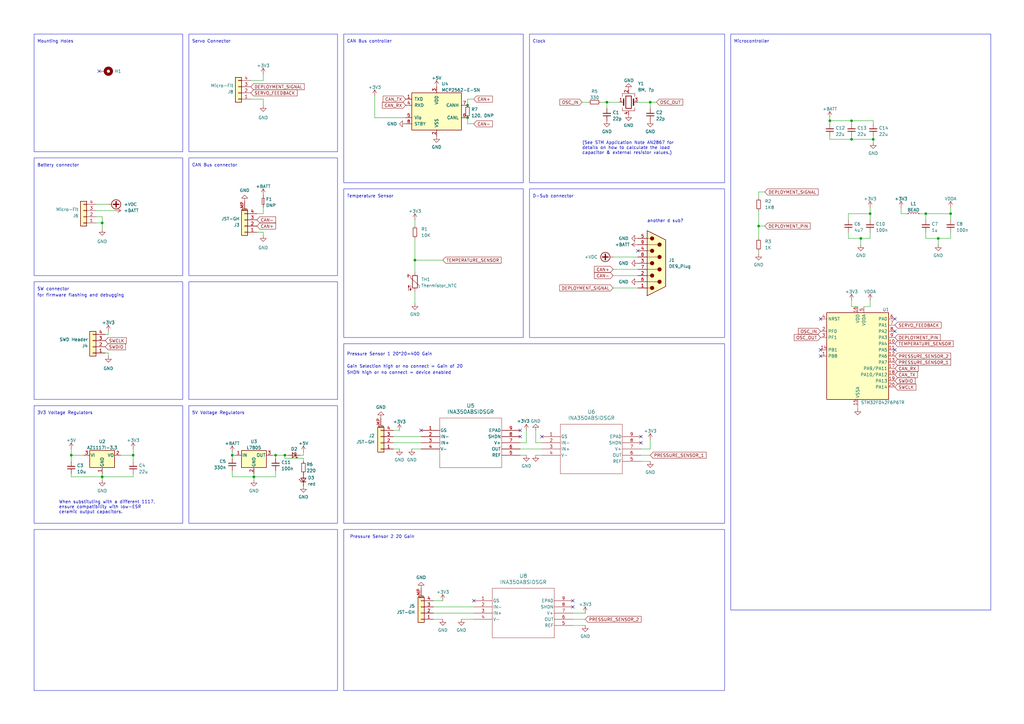
<source format=kicad_sch>
(kicad_sch (version 20230121) (generator eeschema)
  (paper "A3")
  (lib_symbols
    (symbol "2023-07-04_13-01-56:INA350ABSIDSGR" (pin_names (offset 0.254))
      (property "Reference" "U" (at 20.32 10.16 0))
      (property "Value" "INA350ABSIDSGR" (at 20.32 7.62 0))
      (symbol "INA350ABSIDSGR_0_1"
        (pin input line (at 0 0 0) (length 7.62) (name "GS") (number "1"))
        (pin input line (at 0 -2.54 0) (length 7.62) (name "IN-") (number "2"))
        (pin input line (at 0 -5.08 0) (length 7.62) (name "IN+") (number "3"))
        (pin power_in line (at 0 -7.62 0) (length 7.62) (name "V-") (number "4"))
        (pin input line (at 40.64 -10.16 180) (length 7.62) (name "REF") (number "5"))
        (pin output line (at 40.64 -7.62 180) (length 7.62) (name "OUT") (number "6"))
        (pin power_in line (at 40.64 -5.08 180) (length 7.62) (name "V+") (number "7"))
        (pin input line (at 40.64 -2.54 180) (length 7.62) (name "SHDN") (number "8"))
        (pin power_in line (at 40.64 0 180) (length 7.62) (name "EPAD") (number "9"))
      )
    )
    (symbol "Connector:DE9_Plug" (pin_names (offset 1.016) hide)
      (property "Reference" "J" (at 0 13.97 0))
      (property "Value" "DE9_Plug" (at 0 -14.605 0))
      (symbol "DE9_Plug_1_1"
        (pin passive line (at -7.62 -10.16 0) (length 3.81) (name "1") (number "1"))
        (pin passive line (at -7.62 -5.08 0) (length 3.81) (name "2") (number "2"))
        (pin passive line (at -7.62 0 0) (length 3.81) (name "3") (number "3"))
        (pin passive line (at -7.62 5.08 0) (length 3.81) (name "4") (number "4"))
        (pin passive line (at -7.62 10.16 0) (length 3.81) (name "5") (number "5"))
        (pin passive line (at -7.62 -7.62 0) (length 3.81) (name "6") (number "6"))
        (pin passive line (at -7.62 -2.54 0) (length 3.81) (name "7") (number "7"))
        (pin passive line (at -7.62 2.54 0) (length 3.81) (name "8") (number "8"))
        (pin passive line (at -7.62 7.62 0) (length 3.81) (name "9") (number "9"))
      )
    )
    (symbol "Connector_Generic:Conn_01x04" (pin_names (offset 1.016) hide)
      (property "Reference" "J" (at 0 5.08 0))
      (property "Value" "Conn_01x04" (at 0 -7.62 0))
      (symbol "Conn_01x04_1_1"
        (pin passive line (at -5.08 2.54 0) (length 3.81) (name "Pin_1") (number "1"))
        (pin passive line (at -5.08 0 0) (length 3.81) (name "Pin_2") (number "2"))
        (pin passive line (at -5.08 -2.54 0) (length 3.81) (name "Pin_3") (number "3"))
        (pin passive line (at -5.08 -5.08 0) (length 3.81) (name "Pin_4") (number "4"))
      )
    )
    (symbol "Connector_Generic_MountingPin:Conn_01x04_MountingPin" (pin_names (offset 1.016) hide)
      (property "Reference" "J" (at 0 5.08 0))
      (property "Value" "Conn_01x04_MountingPin" (at 1.27 -7.62 0))
      (symbol "Conn_01x04_MountingPin_1_1"
        (text "Mounting" (at 0 -6.731 0) (effects (font (size 0.381 0.381))))
        (pin passive line (at -5.08 2.54 0) (length 3.81) (name "Pin_1") (number "1"))
        (pin passive line (at -5.08 0 0) (length 3.81) (name "Pin_2") (number "2"))
        (pin passive line (at -5.08 -2.54 0) (length 3.81) (name "Pin_3") (number "3"))
        (pin passive line (at -5.08 -5.08 0) (length 3.81) (name "Pin_4") (number "4"))
        (pin passive line (at 0 -10.16 90) (length 3.048) (name "MountPin") (number "MP"))
      )
    )
    (symbol "Device:C_Small" (pin_numbers hide) (pin_names (offset 0.254) hide)
      (property "Reference" "C" (at 0.254 1.778 0))
      (property "Value" "C_Small" (at 0.254 -2.032 0))
      (symbol "C_Small_1_1"
        (pin passive line (at 0 2.54 270) (length 2.032) (name "~") (number "1"))
        (pin passive line (at 0 -2.54 90) (length 2.032) (name "~") (number "2"))
      )
    )
    (symbol "Device:Crystal_GND24" (pin_names (offset 1.016) hide)
      (property "Reference" "Y" (at 3.175 5.08 0))
      (property "Value" "Crystal_GND24" (at 3.175 3.175 0))
      (symbol "Crystal_GND24_1_1"
        (pin passive line (at -3.81 0 0) (length 1.27) (name "1") (number "1"))
        (pin passive line (at 0 5.08 270) (length 1.27) (name "2") (number "2"))
        (pin passive line (at 3.81 0 180) (length 1.27) (name "3") (number "3"))
        (pin passive line (at 0 -5.08 90) (length 1.27) (name "4") (number "4"))
      )
    )
    (symbol "Device:D_Schottky_Small" (pin_numbers hide) (pin_names (offset 0.254) hide)
      (property "Reference" "D" (at -1.27 2.032 0))
      (property "Value" "D_Schottky_Small" (at -7.112 -2.032 0))
      (symbol "D_Schottky_Small_1_1"
        (pin passive line (at -2.54 0 0) (length 1.778) (name "K") (number "1"))
        (pin passive line (at 2.54 0 180) (length 1.778) (name "A") (number "2"))
      )
    )
    (symbol "Device:Fuse_Small" (pin_numbers hide) (pin_names (offset 0.254) hide)
      (property "Reference" "F" (at 0 -1.524 0))
      (property "Value" "Fuse_Small" (at 0 1.524 0))
      (symbol "Fuse_Small_1_1"
        (pin passive line (at -2.54 0 0) (length 1.27) (name "~") (number "1"))
        (pin passive line (at 2.54 0 180) (length 1.27) (name "~") (number "2"))
      )
    )
    (symbol "Device:LED_Small" (pin_numbers hide) (pin_names (offset 0.254) hide)
      (property "Reference" "D" (at -1.27 3.175 0))
      (property "Value" "LED_Small" (at -4.445 -2.54 0))
      (symbol "LED_Small_1_1"
        (pin passive line (at -2.54 0 0) (length 1.778) (name "K") (number "1"))
        (pin passive line (at 2.54 0 180) (length 1.778) (name "A") (number "2"))
      )
    )
    (symbol "Device:L_Small" (pin_numbers hide) (pin_names (offset 0.254) hide)
      (property "Reference" "L" (at 0.762 1.016 0))
      (property "Value" "L_Small" (at 0.762 -1.016 0))
      (symbol "L_Small_1_1"
        (pin passive line (at 0 2.54 270) (length 0.508) (name "~") (number "1"))
        (pin passive line (at 0 -2.54 90) (length 0.508) (name "~") (number "2"))
      )
    )
    (symbol "Device:R_Small" (pin_numbers hide) (pin_names (offset 0.254) hide)
      (property "Reference" "R" (at 0.762 0.508 0))
      (property "Value" "R_Small" (at 0.762 -1.016 0))
      (symbol "R_Small_1_1"
        (pin passive line (at 0 2.54 270) (length 0.762) (name "~") (number "1"))
        (pin passive line (at 0 -2.54 90) (length 0.762) (name "~") (number "2"))
      )
    )
    (symbol "Device:Thermistor_NTC" (pin_numbers hide) (pin_names (offset 0))
      (property "Reference" "TH" (at -4.445 0 90))
      (property "Value" "Thermistor_NTC" (at 3.175 0 90))
      (symbol "Thermistor_NTC_1_1"
        (pin passive line (at 0 3.81 270) (length 1.27) (name "~") (number "1"))
        (pin passive line (at 0 -3.81 90) (length 1.27) (name "~") (number "2"))
      )
    )
    (symbol "Interface_CAN_LIN:MCP2562-E-SN" (pin_names (offset 1.016))
      (property "Reference" "U" (at -10.16 8.89 0))
      (property "Value" "MCP2562-E-SN" (at 2.54 8.89 0))
      (symbol "MCP2562-E-SN_1_1"
        (pin input line (at -12.7 5.08 0) (length 2.54) (name "TXD") (number "1"))
        (pin power_in line (at 0 -10.16 90) (length 2.54) (name "VSS") (number "2"))
        (pin power_in line (at 0 10.16 270) (length 2.54) (name "VDD") (number "3"))
        (pin output line (at -12.7 2.54 0) (length 2.54) (name "RXD") (number "4"))
        (pin power_in line (at -12.7 -2.54 0) (length 2.54) (name "Vio") (number "5"))
        (pin bidirectional line (at 12.7 -2.54 180) (length 2.54) (name "CANL") (number "6"))
        (pin bidirectional line (at 12.7 2.54 180) (length 2.54) (name "CANH") (number "7"))
        (pin input line (at -12.7 -5.08 0) (length 2.54) (name "STBY") (number "8"))
      )
    )
    (symbol "MCU_ST_STM32F0:STM32F042F6Px"
      (property "Reference" "U" (at -12.7 19.05 0))
      (property "Value" "STM32F042F6Px" (at 5.08 19.05 0))
      (symbol "STM32F042F6Px_1_1"
        (pin bidirectional line (at -15.24 0 0) (length 2.54) (name "PB8") (number "1"))
        (pin bidirectional line (at 15.24 5.08 180) (length 2.54) (name "PA4") (number "10"))
        (pin bidirectional line (at 15.24 2.54 180) (length 2.54) (name "PA5") (number "11"))
        (pin bidirectional line (at 15.24 0 180) (length 2.54) (name "PA6") (number "12"))
        (pin bidirectional line (at 15.24 -2.54 180) (length 2.54) (name "PA7") (number "13"))
        (pin bidirectional line (at -15.24 2.54 0) (length 2.54) (name "PB1") (number "14"))
        (pin power_in line (at 0 -20.32 90) (length 2.54) (name "VSSA") (number "15"))
        (pin power_in line (at 0 20.32 270) (length 2.54) (name "VDD") (number "16"))
        (pin bidirectional line (at 15.24 -5.08 180) (length 2.54) (name "PA9/PA11") (number "17"))
        (pin bidirectional line (at 15.24 -7.62 180) (length 2.54) (name "PA10/PA12") (number "18"))
        (pin bidirectional line (at 15.24 -10.16 180) (length 2.54) (name "PA13") (number "19"))
        (pin bidirectional line (at -15.24 10.16 0) (length 2.54) (name "PF0") (number "2"))
        (pin bidirectional line (at 15.24 -12.7 180) (length 2.54) (name "PA14") (number "20"))
        (pin bidirectional line (at -15.24 7.62 0) (length 2.54) (name "PF1") (number "3"))
        (pin input line (at -15.24 15.24 0) (length 2.54) (name "NRST") (number "4"))
        (pin power_in line (at 2.54 20.32 270) (length 2.54) (name "VDDA") (number "5"))
        (pin bidirectional line (at 15.24 15.24 180) (length 2.54) (name "PA0") (number "6"))
        (pin bidirectional line (at 15.24 12.7 180) (length 2.54) (name "PA1") (number "7"))
        (pin bidirectional line (at 15.24 10.16 180) (length 2.54) (name "PA2") (number "8"))
        (pin bidirectional line (at 15.24 7.62 180) (length 2.54) (name "PA3") (number "9"))
      )
    )
    (symbol "Mechanical:MountingHole_Pad" (pin_numbers hide) (pin_names (offset 1.016) hide)
      (property "Reference" "H" (at 0 6.35 0))
      (property "Value" "MountingHole_Pad" (at 0 4.445 0))
      (symbol "MountingHole_Pad_1_1"
        (pin input line (at 0 -2.54 90) (length 2.54) (name "1") (number "1"))
      )
    )
    (symbol "Regulator_Linear:AZ1117-3.3" (pin_names (offset 0.254))
      (property "Reference" "U" (at -3.81 3.175 0))
      (property "Value" "AZ1117-3.3" (at 0 3.175 0))
      (symbol "AZ1117-3.3_1_1"
        (pin power_in line (at 0 -7.62 90) (length 2.54) (name "GND") (number "1"))
        (pin power_out line (at 7.62 0 180) (length 2.54) (name "VO") (number "2"))
        (pin power_in line (at -7.62 0 0) (length 2.54) (name "VI") (number "3"))
      )
    )
    (symbol "Regulator_Linear:L7805" (pin_names (offset 0.254))
      (property "Reference" "U" (at -3.81 3.175 0))
      (property "Value" "L7805" (at 0 3.175 0))
      (symbol "L7805_1_1"
        (pin power_in line (at -7.62 0 0) (length 2.54) (name "IN") (number "1"))
        (pin power_in line (at 0 -7.62 90) (length 2.54) (name "GND") (number "2"))
        (pin power_out line (at 7.62 0 180) (length 2.54) (name "OUT") (number "3"))
      )
    )
    (symbol "power:+3V3" (power) (pin_names (offset 0))
      (property "Value" "+3V3" (at 0 3.556 0))
      (symbol "+3V3_1_1"
        (pin power_in line (at 0 0 90) (length 0) hide (name "+3V3") (number "1"))
      )
    )
    (symbol "power:+5V" (power) (pin_names (offset 0))
      (property "Value" "+5V" (at 0 3.556 0))
      (symbol "+5V_1_1"
        (pin power_in line (at 0 0 90) (length 0) hide (name "+5V") (number "1"))
      )
    )
    (symbol "power:+BATT" (power) (pin_names (offset 0))
      (property "Value" "+BATT" (at 0 3.556 0))
      (symbol "+BATT_1_1"
        (pin power_in line (at 0 0 90) (length 0) hide (name "+BATT") (number "1"))
      )
    )
    (symbol "power:+VDC" (power) (pin_names (offset 0))
      (property "Value" "+VDC" (at 0 6.35 0))
      (symbol "+VDC_1_1"
        (pin power_in line (at 0 0 90) (length 0) hide (name "+VDC") (number "1"))
      )
    )
    (symbol "power:GND" (power) (pin_names (offset 0))
      (property "Value" "GND" (at 0 -3.81 0))
      (symbol "GND_1_1"
        (pin power_in line (at 0 0 270) (length 0) hide (name "GND") (number "1"))
      )
    )
    (symbol "power:VDDA" (power) (pin_names (offset 0))
      (property "Value" "VDDA" (at 0 3.81 0))
      (symbol "VDDA_1_1"
        (pin power_in line (at 0 0 90) (length 0) hide (name "VDDA") (number "1"))
      )
    )
  )
  (junction (at 356.87 87.63))
  (junction (at 54.61 186.69))
  (junction (at 116.84 186.69))
  (junction (at 95.25 186.69))
  (junction (at 191.77 43.18))
  (junction (at 389.89 87.63))
  (junction (at 266.7 41.91))
  (junction (at 170.18 106.68))
  (junction (at 248.92 41.91))
  (junction (at 379.73 87.63))
  (junction (at 41.91 91.44))
  (junction (at 104.14 195.58))
  (junction (at 191.77 48.26))
  (junction (at 311.15 92.71))
  (junction (at 353.06 97.79))
  (junction (at 349.25 57.15))
  (junction (at 349.25 49.53))
  (junction (at 41.91 195.58))
  (junction (at 340.36 49.53))
  (junction (at 29.21 186.69))
  (junction (at 113.03 186.69))
  (junction (at 358.14 57.15))
  (junction (at 384.81 97.79))
  (no_connect (at 261.62 102.87))
  (no_connect (at 172.72 176.53))
  (no_connect (at 213.36 176.53))
  (no_connect (at 234.95 246.38))
  (no_connect (at 336.55 146.05))
  (no_connect (at 336.55 130.81))
  (no_connect (at 336.55 143.51))
  (no_connect (at 262.89 179.07))
  (no_connect (at 367.03 143.51))
  (no_connect (at 40.64 29.21))
  (no_connect (at 234.95 248.92))
  (no_connect (at 262.89 181.61))
  (no_connect (at 222.25 179.07))
  (no_connect (at 194.31 246.38))
  (no_connect (at 213.36 179.07))
  (no_connect (at 367.03 130.81))
  (no_connect (at 367.03 135.89))
  (wire (pts (xy 95.25 186.69) (xy 95.25 187.96)))
  (wire (pts (xy 107.95 43.18) (xy 107.95 40.64)))
  (wire (pts (xy 356.87 125.73) (xy 354.33 125.73)))
  (wire (pts (xy 191.77 48.26) (xy 191.77 50.8)))
  (wire (pts (xy 311.15 86.36) (xy 311.15 92.71)))
  (wire (pts (xy 113.03 186.69) (xy 113.03 187.96)))
  (wire (pts (xy 351.79 125.73) (xy 351.79 127)))
  (wire (pts (xy 349.25 49.53) (xy 340.36 49.53)))
  (wire (pts (xy 107.95 33.02) (xy 102.87 33.02)))
  (wire (pts (xy 116.84 186.69) (xy 116.84 187.96)))
  (wire (pts (xy 95.25 186.69) (xy 95.25 185.42)))
  (wire (pts (xy 194.31 40.64) (xy 191.77 40.64)))
  (wire (pts (xy 358.14 55.88) (xy 358.14 57.15)))
  (wire (pts (xy 46.99 86.36) (xy 39.37 86.36)))
  (wire (pts (xy 251.46 105.41) (xy 261.62 105.41)))
  (wire (pts (xy 389.89 97.79) (xy 389.89 95.25)))
  (wire (pts (xy 111.76 186.69) (xy 113.03 186.69)))
  (wire (pts (xy 29.21 194.31) (xy 29.21 195.58)))
  (wire (pts (xy 340.36 55.88) (xy 340.36 57.15)))
  (wire (pts (xy 29.21 186.69) (xy 34.29 186.69)))
  (wire (pts (xy 311.15 92.71) (xy 311.15 97.79)))
  (wire (pts (xy 43.18 144.78) (xy 44.45 144.78)))
  (wire (pts (xy 170.18 90.17) (xy 170.18 92.71)))
  (wire (pts (xy 269.24 41.91) (xy 266.7 41.91)))
  (wire (pts (xy 124.46 186.69) (xy 124.46 185.42)))
  (wire (pts (xy 116.84 187.96) (xy 124.46 187.96)))
  (wire (pts (xy 379.73 97.79) (xy 379.73 95.25)))
  (wire (pts (xy 313.69 92.71) (xy 311.15 92.71)))
  (wire (pts (xy 353.06 97.79) (xy 347.98 97.79)))
  (wire (pts (xy 107.95 95.25) (xy 105.41 95.25)))
  (wire (pts (xy 340.36 49.53) (xy 340.36 50.8)))
  (wire (pts (xy 353.06 100.33) (xy 353.06 97.79)))
  (wire (pts (xy 104.14 195.58) (xy 104.14 196.85)))
  (wire (pts (xy 107.95 87.63) (xy 105.41 87.63)))
  (wire (pts (xy 43.18 137.16) (xy 44.45 137.16)))
  (wire (pts (xy 358.14 57.15) (xy 358.14 58.42)))
  (wire (pts (xy 170.18 119.38) (xy 170.18 124.46)))
  (wire (pts (xy 166.37 48.26) (xy 153.67 48.26)))
  (wire (pts (xy 356.87 85.09) (xy 356.87 87.63)))
  (wire (pts (xy 347.98 97.79) (xy 347.98 95.25)))
  (wire (pts (xy 238.76 41.91) (xy 241.3 41.91)))
  (wire (pts (xy 96.52 186.69) (xy 95.25 186.69)))
  (wire (pts (xy 104.14 194.31) (xy 104.14 195.58)))
  (wire (pts (xy 123.19 186.69) (xy 124.46 186.69)))
  (wire (pts (xy 168.91 184.15) (xy 172.72 184.15)))
  (wire (pts (xy 340.36 57.15) (xy 349.25 57.15)))
  (wire (pts (xy 54.61 195.58) (xy 41.91 195.58)))
  (wire (pts (xy 41.91 93.98) (xy 41.91 91.44)))
  (wire (pts (xy 189.23 254) (xy 194.31 254)))
  (wire (pts (xy 44.45 144.78) (xy 44.45 146.05)))
  (wire (pts (xy 161.29 184.15) (xy 163.83 184.15)))
  (wire (pts (xy 340.36 48.26) (xy 340.36 49.53)))
  (wire (pts (xy 389.89 87.63) (xy 389.89 90.17)))
  (wire (pts (xy 311.15 78.74) (xy 311.15 81.28)))
  (wire (pts (xy 349.25 50.8) (xy 349.25 49.53)))
  (wire (pts (xy 349.25 57.15) (xy 358.14 57.15)))
  (wire (pts (xy 369.57 87.63) (xy 369.57 85.09)))
  (wire (pts (xy 266.7 189.23) (xy 262.89 189.23)))
  (wire (pts (xy 177.8 251.46) (xy 194.31 251.46)))
  (wire (pts (xy 107.95 30.48) (xy 107.95 33.02)))
  (wire (pts (xy 107.95 87.63) (xy 107.95 85.09)))
  (wire (pts (xy 29.21 186.69) (xy 29.21 189.23)))
  (wire (pts (xy 41.91 195.58) (xy 41.91 196.85)))
  (wire (pts (xy 177.8 254) (xy 181.61 254)))
  (wire (pts (xy 379.73 87.63) (xy 389.89 87.63)))
  (wire (pts (xy 177.8 246.38) (xy 181.61 246.38)))
  (wire (pts (xy 116.84 186.69) (xy 118.11 186.69)))
  (wire (pts (xy 191.77 50.8) (xy 194.31 50.8)))
  (wire (pts (xy 219.71 176.53) (xy 219.71 181.61)))
  (wire (pts (xy 41.91 91.44) (xy 39.37 91.44)))
  (wire (pts (xy 377.19 87.63) (xy 379.73 87.63)))
  (wire (pts (xy 170.18 106.68) (xy 181.61 106.68)))
  (wire (pts (xy 311.15 102.87) (xy 311.15 104.14)))
  (wire (pts (xy 240.03 256.54) (xy 234.95 256.54)))
  (wire (pts (xy 41.91 195.58) (xy 29.21 195.58)))
  (wire (pts (xy 107.95 40.64) (xy 102.87 40.64)))
  (wire (pts (xy 113.03 193.04) (xy 113.03 195.58)))
  (wire (pts (xy 41.91 88.9) (xy 39.37 88.9)))
  (wire (pts (xy 372.11 87.63) (xy 369.57 87.63)))
  (wire (pts (xy 54.61 184.15) (xy 54.61 186.69)))
  (wire (pts (xy 356.87 123.19) (xy 356.87 125.73)))
  (wire (pts (xy 353.06 97.79) (xy 356.87 97.79)))
  (wire (pts (xy 54.61 194.31) (xy 54.61 195.58)))
  (wire (pts (xy 54.61 186.69) (xy 49.53 186.69)))
  (wire (pts (xy 389.89 85.09) (xy 389.89 87.63)))
  (wire (pts (xy 107.95 96.52) (xy 107.95 95.25)))
  (wire (pts (xy 215.9 181.61) (xy 213.36 181.61)))
  (wire (pts (xy 347.98 87.63) (xy 347.98 90.17)))
  (wire (pts (xy 262.89 186.69) (xy 266.7 186.69)))
  (wire (pts (xy 254 41.91) (xy 248.92 41.91)))
  (wire (pts (xy 234.95 251.46) (xy 240.03 251.46)))
  (wire (pts (xy 261.62 41.91) (xy 266.7 41.91)))
  (wire (pts (xy 41.91 88.9) (xy 41.91 91.44)))
  (wire (pts (xy 349.25 49.53) (xy 358.14 49.53)))
  (wire (pts (xy 349.25 55.88) (xy 349.25 57.15)))
  (wire (pts (xy 95.25 195.58) (xy 95.25 193.04)))
  (wire (pts (xy 170.18 106.68) (xy 170.18 111.76)))
  (wire (pts (xy 215.9 176.53) (xy 215.9 181.61)))
  (wire (pts (xy 153.67 48.26) (xy 153.67 39.37)))
  (wire (pts (xy 54.61 189.23) (xy 54.61 186.69)))
  (wire (pts (xy 384.81 97.79) (xy 379.73 97.79)))
  (wire (pts (xy 351.79 167.64) (xy 351.79 166.37)))
  (wire (pts (xy 113.03 186.69) (xy 116.84 186.69)))
  (wire (pts (xy 161.29 181.61) (xy 172.72 181.61)))
  (wire (pts (xy 246.38 41.91) (xy 248.92 41.91)))
  (wire (pts (xy 41.91 194.31) (xy 41.91 195.58)))
  (wire (pts (xy 349.25 123.19) (xy 349.25 125.73)))
  (wire (pts (xy 161.29 179.07) (xy 172.72 179.07)))
  (wire (pts (xy 113.03 195.58) (xy 104.14 195.58)))
  (wire (pts (xy 219.71 186.69) (xy 222.25 186.69)))
  (wire (pts (xy 161.29 176.53) (xy 163.83 176.53)))
  (wire (pts (xy 170.18 97.79) (xy 170.18 106.68)))
  (wire (pts (xy 248.92 41.91) (xy 248.92 44.45)))
  (wire (pts (xy 358.14 50.8) (xy 358.14 49.53)))
  (wire (pts (xy 262.89 184.15) (xy 266.7 184.15)))
  (wire (pts (xy 266.7 41.91) (xy 266.7 44.45)))
  (wire (pts (xy 251.46 118.11) (xy 261.62 118.11)))
  (wire (pts (xy 44.45 137.16) (xy 44.45 135.89)))
  (wire (pts (xy 266.7 180.34) (xy 266.7 184.15)))
  (wire (pts (xy 356.87 87.63) (xy 347.98 87.63)))
  (wire (pts (xy 379.73 87.63) (xy 379.73 90.17)))
  (wire (pts (xy 215.9 186.69) (xy 213.36 186.69)))
  (wire (pts (xy 29.21 184.15) (xy 29.21 186.69)))
  (wire (pts (xy 384.81 100.33) (xy 384.81 97.79)))
  (wire (pts (xy 213.36 184.15) (xy 222.25 184.15)))
  (wire (pts (xy 384.81 97.79) (xy 389.89 97.79)))
  (wire (pts (xy 177.8 248.92) (xy 194.31 248.92)))
  (wire (pts (xy 251.46 110.49) (xy 261.62 110.49)))
  (wire (pts (xy 191.77 40.64) (xy 191.77 43.18)))
  (wire (pts (xy 356.87 97.79) (xy 356.87 95.25)))
  (wire (pts (xy 234.95 254) (xy 240.03 254)))
  (wire (pts (xy 104.14 195.58) (xy 95.25 195.58)))
  (wire (pts (xy 349.25 125.73) (xy 351.79 125.73)))
  (wire (pts (xy 356.87 87.63) (xy 356.87 90.17)))
  (wire (pts (xy 39.37 83.82) (xy 44.45 83.82)))
  (wire (pts (xy 313.69 78.74) (xy 311.15 78.74)))
  (wire (pts (xy 222.25 181.61) (xy 219.71 181.61)))
  (wire (pts (xy 124.46 187.96) (xy 124.46 189.23)))
  (wire (pts (xy 251.46 113.03) (xy 261.62 113.03)))
  (rectangle (start 217.17 13.97) (end 297.18 74.93))
  (rectangle (start 13.97 13.97) (end 74.93 62.23))
  (rectangle (start 77.47 13.97) (end 138.43 62.23))
  (rectangle (start 77.47 166.37) (end 138.43 214.63))
  (rectangle (start 140.97 77.47) (end 214.63 138.43))
  (rectangle (start 13.97 166.37) (end 74.93 214.63))
  (rectangle (start 13.97 115.57) (end 74.93 163.83))
  (rectangle (start 140.97 13.97) (end 214.63 74.93))
  (rectangle (start 140.97 217.17) (end 297.18 283.21))
  (rectangle (start 217.17 77.47) (end 297.18 138.43))
  (rectangle (start 77.47 115.57) (end 138.43 163.83))
  (rectangle (start 140.97 140.97) (end 297.18 214.63))
  (rectangle (start 13.97 217.17) (end 138.43 283.21))
  (rectangle (start 13.97 64.77) (end 74.93 113.03))
  (rectangle (start 299.72 13.97) (end 406.4 250.19))
  (rectangle (start 77.47 64.77) (end 138.43 113.03))
  (text "Pressure Sensor 1 20*20=400 Gain\n" (at 142.24 146.05 0) (effects (font (size 1.27 1.27)) (justify left bottom)))
  (text "Battery connector\n" (at 15.24 68.58 0) (effects (font (size 1.27 1.27)) (justify left bottom)))
  (text "D-Sub connector" (at 218.44 81.28 0) (effects (font (size 1.27 1.27)) (justify left bottom)))
  (text "3V3 Voltage Regulators" (at 15.24 170.18 0) (effects (font (size 1.27 1.27)) (justify left bottom)))
  (text "CAN Bus controller" (at 142.24 17.78 0) (effects (font (size 1.27 1.27)) (justify left bottom)))
  (text "Servo Connector" (at 78.74 17.78 0) (effects (font (size 1.27 1.27)) (justify left bottom)))
  (text "Clock" (at 218.44 17.78 0) (effects (font (size 1.27 1.27)) (justify left bottom)))
  (text "When substituting with a different 1117,\nensure compatibility with low-ESR\nceramic output capacitors." (at 24.13 210.82 0) (effects (font (size 1.27 1.27)) (justify left bottom)))
  (text "Microcontroller" (at 300.99 17.78 0) (effects (font (size 1.27 1.27)) (justify left bottom)))
  (text "Mounting Holes\n" (at 15.24 17.78 0) (effects (font (size 1.27 1.27)) (justify left bottom)))
  (text "for firmware flashing and debugging" (at 15.24 121.92 0) (effects (font (size 1.27 1.27)) (justify left bottom)))
  (text "SW connector" (at 15.24 119.38 0) (effects (font (size 1.27 1.27)) (justify left bottom)))
  (text "Temperature Sensor\n" (at 142.24 81.28 0) (effects (font (size 1.27 1.27)) (justify left bottom)))
  (text "(See STM Application Note AN2867 for\ndetails on how to calculate the load \ncapacitor & external resistor values.)" (at 238.76 63.5 0) (effects (font (size 1.27 1.27)) (justify left bottom)))
  (text "Pressure Sensor 2 20 Gain\n" (at 143.51 220.98 0) (effects (font (size 1.27 1.27)) (justify left bottom)))
  (text "SHDN high or no connect = device enabled\n" (at 142.24 153.67 0) (effects (font (size 1.27 1.27)) (justify left bottom)))
  (text "another d sub?\n" (at 265.43 91.44 0) (effects (font (size 1.27 1.27)) (justify left bottom)))
  (text "5V Voltage Regulators" (at 78.74 170.18 0) (effects (font (size 1.27 1.27)) (justify left bottom)))
  (text "CAN Bus connector" (at 78.74 68.58 0) (effects (font (size 1.27 1.27)) (justify left bottom)))
  (text "Gain Selection high or no connect = Gain of 20" (at 142.24 151.13 0) (effects (font (size 1.27 1.27)) (justify left bottom)))
  (global_label "DEPLOYMENT_SIGNAL" (shape input) (at 313.69 78.74 0) (property "Intersheetrefs" "${INTERSHEET_REFS}" (effects hide)))
  (global_label "DEPLOYMENT_SIGNAL" (shape input) (at 251.46 118.11 180) (property "Intersheetrefs" "${INTERSHEET_REFS}" (effects hide)))
  (global_label "PRESSURE_SENSOR_1" (shape input) (at 266.7 186.69 0) (property "Intersheetrefs" "${INTERSHEET_REFS}" (effects hide)))
  (global_label "PRESSURE_SENSOR_2" (shape input) (at 240.03 254 0) (property "Intersheetrefs" "${INTERSHEET_REFS}" (effects hide)))
  (global_label "CAN_RX" (shape input) (at 367.03 151.13 0) (property "Intersheetrefs" "${INTERSHEET_REFS}" (effects hide)))
  (global_label "CAN-" (shape input) (at 105.41 90.17 0) (property "Intersheetrefs" "${INTERSHEET_REFS}" (effects hide)))
  (global_label "OSC_IN" (shape input) (at 238.76 41.91 180) (property "Intersheetrefs" "${INTERSHEET_REFS}" (effects hide)))
  (global_label "TEMPERATURE_SENSOR" (shape input) (at 181.61 106.68 0) (property "Intersheetrefs" "${INTERSHEET_REFS}" (effects hide)))
  (global_label "DEPLOYMENT_PIN" (shape input) (at 367.03 138.43 0) (property "Intersheetrefs" "${INTERSHEET_REFS}" (effects hide)))
  (global_label "DEPLOYMENT_SIGNAL" (shape input) (at 102.87 35.56 0) (property "Intersheetrefs" "${INTERSHEET_REFS}" (effects hide)))
  (global_label "CAN+" (shape input) (at 105.41 92.71 0) (property "Intersheetrefs" "${INTERSHEET_REFS}" (effects hide)))
  (global_label "CAN_RX" (shape input) (at 166.37 43.18 180) (property "Intersheetrefs" "${INTERSHEET_REFS}" (effects hide)))
  (global_label "PRESSURE_SENSOR_2" (shape input) (at 367.03 146.05 0) (property "Intersheetrefs" "${INTERSHEET_REFS}" (effects hide)))
  (global_label "SWCLK" (shape input) (at 43.18 139.7 0) (property "Intersheetrefs" "${INTERSHEET_REFS}" (effects hide)))
  (global_label "CAN-" (shape input) (at 194.31 50.8 0) (property "Intersheetrefs" "${INTERSHEET_REFS}" (effects hide)))
  (global_label "OSC_IN" (shape input) (at 336.55 135.89 180) (property "Intersheetrefs" "${INTERSHEET_REFS}" (effects hide)))
  (global_label "OSC_OUT" (shape input) (at 336.55 138.43 180) (property "Intersheetrefs" "${INTERSHEET_REFS}" (effects hide)))
  (global_label "CAN_TX" (shape input) (at 166.37 40.64 180) (property "Intersheetrefs" "${INTERSHEET_REFS}" (effects hide)))
  (global_label "CAN_TX" (shape input) (at 367.03 153.67 0) (property "Intersheetrefs" "${INTERSHEET_REFS}" (effects hide)))
  (global_label "OSC_OUT" (shape input) (at 269.24 41.91 0) (property "Intersheetrefs" "${INTERSHEET_REFS}" (effects hide)))
  (global_label "DEPLOYMENT_PIN" (shape input) (at 313.69 92.71 0) (property "Intersheetrefs" "${INTERSHEET_REFS}" (effects hide)))
  (global_label "SWCLK" (shape input) (at 367.03 158.75 0) (property "Intersheetrefs" "${INTERSHEET_REFS}" (effects hide)))
  (global_label "CAN+" (shape input) (at 251.46 110.49 180) (property "Intersheetrefs" "${INTERSHEET_REFS}" (effects hide)))
  (global_label "SWDIO" (shape input) (at 43.18 142.24 0) (property "Intersheetrefs" "${INTERSHEET_REFS}" (effects hide)))
  (global_label "SERVO_FEEDBACK" (shape input) (at 102.87 38.1 0) (property "Intersheetrefs" "${INTERSHEET_REFS}" (effects hide)))
  (global_label "CAN-" (shape input) (at 251.46 113.03 180) (property "Intersheetrefs" "${INTERSHEET_REFS}" (effects hide)))
  (global_label "SERVO_FEEDBACK" (shape input) (at 367.03 133.35 0) (property "Intersheetrefs" "${INTERSHEET_REFS}" (effects hide)))
  (global_label "CAN+" (shape input) (at 194.31 40.64 0) (property "Intersheetrefs" "${INTERSHEET_REFS}" (effects hide)))
  (global_label "TEMPERATURE_SENSOR" (shape input) (at 367.03 140.97 0) (property "Intersheetrefs" "${INTERSHEET_REFS}" (effects hide)))
  (global_label "SWDIO" (shape input) (at 367.03 156.21 0) (property "Intersheetrefs" "${INTERSHEET_REFS}" (effects hide)))
  (global_label "PRESSURE_SENSOR_1" (shape input) (at 367.03 148.59 0) (property "Intersheetrefs" "${INTERSHEET_REFS}" (effects hide)))
  (symbol (lib_id "power:GND") (at 41.91 93.98 0) (unit 1)
    (property "Reference" "#PWR037" (effects hide))
    (property "Value" "GND" (at 41.91 99.06 0))
  )
  (symbol (lib_id "power:GND") (at 257.81 46.99 0) (unit 1)
    (property "Reference" "#PWR06" (effects hide))
    (property "Value" "GND" (at 257.81 51.4334 0))
  )
  (symbol (lib_id "power:GND") (at 100.33 82.55 180) (unit 1)
    (property "Reference" "#PWR018" (effects hide))
    (property "Value" "GND" (at 100.33 78.1066 0))
  )
  (symbol (lib_id "power:+5V") (at 124.46 185.42 0) (unit 1)
    (property "Reference" "#PWR042" (effects hide))
    (property "Value" "+5V" (at 124.46 181.8442 0))
  )
  (symbol (lib_id "power:+3V3") (at 369.57 85.09 0) (unit 1)
    (property "Reference" "#PWR09" (effects hide))
    (property "Value" "+3V3" (at 369.57 81.5142 0))
  )
  (symbol (lib_id "Device:Thermistor_NTC") (at 170.18 115.57 0) (unit 1)
    (property "Reference" "TH1" (at 172.72 114.6175 0) (effects (justify left)))
    (property "Value" "Thermistor_NTC" (at 172.72 117.1575 0) (effects (justify left)))
    (property "Footprint" "Resistor_SMD:R_0603_1608Metric" (effects hide))
  )
  (symbol (lib_id "Device:LED_Small") (at 124.46 196.85 90) (unit 1)
    (property "Reference" "D3" (at 126.238 195.9518 90) (effects (justify right)))
    (property "Value" "red" (at 126.238 198.4887 90) (effects (justify right)))
    (property "Footprint" "LED_SMD:LED_0603_1608Metric" (effects hide))
    (property "Manufacturer" "Everlight Elec" (effects hide))
    (property "Part#" "19-213/RSC-BS2T2B/3T" (effects hide))
    (property "LCSC#" "C474026" (effects hide))
  )
  (symbol (lib_id "power:GND") (at 41.91 196.85 0) (unit 1)
    (property "Reference" "#PWR032" (effects hide))
    (property "Value" "GND" (at 41.91 201.2934 0))
  )
  (symbol (lib_id "power:GND") (at 44.45 146.05 0) (unit 1)
    (property "Reference" "#PWR030" (effects hide))
    (property "Value" "GND" (at 44.45 151.13 0))
  )
  (symbol (lib_id "power:GND") (at 353.06 100.33 0) (unit 1)
    (property "Reference" "#PWR020" (effects hide))
    (property "Value" "GND" (at 353.06 104.7734 0))
  )
  (symbol (lib_id "power:+3V3") (at 181.61 246.38 0) (unit 1)
    (property "Reference" "#PWR059" (effects hide))
    (property "Value" "+3V3" (at 181.61 242.8042 0))
  )
  (symbol (lib_id "Device:C_Small") (at 349.25 53.34 180) (unit 1)
    (property "Reference" "C13" (at 351.5741 52.4989 0) (effects (justify right)))
    (property "Value" "22u" (at 351.5741 55.0358 0) (effects (justify right)))
    (property "Footprint" "Capacitor_SMD:C_1206_3216Metric" (effects hide))
    (property "LCSC#" "C12891" (effects hide))
    (property "Manufacturer" "Samsung Electro-Mechanics" (effects hide))
    (property "Part#" "CL31A226KAHNNNE" (effects hide))
  )
  (symbol (lib_id "power:GND") (at 170.18 124.46 0) (unit 1)
    (property "Reference" "#PWR053" (effects hide))
    (property "Value" "GND" (at 170.18 128.9034 0))
  )
  (symbol (lib_id "power:GND") (at 168.91 184.15 0) (mirror y) (unit 1)
    (property "Reference" "#PWR052" (effects hide))
    (property "Value" "GND" (at 168.91 188.5934 0))
  )
  (symbol (lib_id "power:GND") (at 181.61 254 0) (mirror y) (unit 1)
    (property "Reference" "#PWR058" (effects hide))
    (property "Value" "GND" (at 181.61 258.4434 0))
  )
  (symbol (lib_id "Device:C_Small") (at 54.61 191.77 180) (unit 1)
    (property "Reference" "C4" (at 56.9341 190.9289 0) (effects (justify right)))
    (property "Value" "22u" (at 56.9341 193.4658 0) (effects (justify right)))
    (property "Footprint" "Capacitor_SMD:C_1206_3216Metric" (effects hide))
    (property "LCSC#" "C12891" (effects hide))
    (property "Manufacturer" "Samsung Electro-Mechanics" (effects hide))
    (property "Part#" "CL31A226KAHNNNE" (effects hide))
  )
  (symbol (lib_id "Mechanical:MountingHole_Pad") (at 43.18 29.21 270) (unit 1) (in_bom no)
    (property "Reference" "H1" (at 46.99 29.21 90) (effects (justify left)))
    (property "Value" "MountingHole_Pad" (effects hide))
    (property "Footprint" "MountingHole:MountingHole_2.2mm_M2" (effects hide))
    (property "Manufacturer" "N/A" (effects hide))
    (property "Part#" "N/A" (effects hide))
    (property "DigiKey#" "N/A" (effects hide))
    (property "LCSC#" "N/A" (effects hide))
  )
  (symbol (lib_id "Device:R_Small") (at 311.15 100.33 180) (unit 1)
    (property "Reference" "R3" (at 313.69 99.06 0) (effects (justify right)))
    (property "Value" "1K" (at 313.69 101.6 0) (effects (justify right)))
    (property "Footprint" "Resistor_SMD:R_0603_1608Metric" (effects hide))
    (property "LCSC#" "C105881" (effects hide))
    (property "Manufacturer" "YAGEO" (effects hide))
    (property "Part#" "RC0603FR-07330RL" (effects hide))
  )
  (symbol (lib_id "power:+5V") (at 29.21 184.15 0) (unit 1)
    (property "Reference" "#PWR044" (effects hide))
    (property "Value" "+5V" (at 29.21 180.5742 0))
  )
  (symbol (lib_id "Device:C_Small") (at 266.7 46.99 180) (unit 1)
    (property "Reference" "C2" (at 269.0241 46.1489 0) (effects (justify right)))
    (property "Value" "22p" (at 269.0241 48.6858 0) (effects (justify right)))
    (property "Footprint" "Capacitor_SMD:C_0603_1608Metric" (effects hide))
    (property "LCSC#" "C1653" (effects hide))
    (property "Manufacturer" "Samsung Electro-Mechanics" (effects hide))
    (property "Part#" "CL10C220JB8NNNC" (effects hide))
  )
  (symbol (lib_id "power:GND") (at 257.81 36.83 180) (unit 1)
    (property "Reference" "#PWR05" (effects hide))
    (property "Value" "GND" (at 255.905 33.02 0) (effects (justify right)))
  )
  (symbol (lib_id "power:+BATT") (at 340.36 48.26 0) (unit 1)
    (property "Reference" "#PWR049" (effects hide))
    (property "Value" "+BATT" (at 340.36 44.6842 0))
  )
  (symbol (lib_id "power:+BATT") (at 95.25 185.42 0) (unit 1)
    (property "Reference" "#PWR040" (effects hide))
    (property "Value" "+BATT" (at 95.25 181.8442 0))
  )
  (symbol (lib_id "power:GND") (at 311.15 104.14 0) (unit 1)
    (property "Reference" "#PWR028" (effects hide))
    (property "Value" "GND" (at 311.15 108.5834 0))
  )
  (symbol (lib_id "Device:Crystal_GND24") (at 257.81 41.91 0) (unit 1)
    (property "Reference" "Y1" (at 261.62 34.29 0) (effects (justify left)))
    (property "Value" "8M, ?p" (at 261.62 36.83 0) (effects (justify left)))
    (property "Footprint" "Oscillator:Oscillator_SMD_SeikoEpson_SG210-4Pin_2.5x2.0mm" (effects hide))
    (property "Manufacturer" "Seiko Epson" (effects hide))
    (property "Part#" "Q24FA20H0039000" (effects hide))
    (property "LCSC#" "C255956" (effects hide))
  )
  (symbol (lib_id "power:+3V3") (at 107.95 30.48 0) (unit 1)
    (property "Reference" "#PWR021" (effects hide))
    (property "Value" "+3V3" (at 107.95 26.9042 0))
  )
  (symbol (lib_id "Device:L_Small") (at 374.65 87.63 90) (unit 1)
    (property "Reference" "L1" (at 374.65 83.5492 90))
    (property "Value" "BEAD" (at 374.65 86.0861 90))
    (property "Footprint" "Inductor_SMD:L_0603_1608Metric" (effects hide))
    (property "LCSC#" "C19330" (effects hide))
    (property "Manufacturer" "Murata Electronics" (effects hide))
    (property "Part#" "BLM18AG601SN1D" (effects hide))
  )
  (symbol (lib_id "power:+VDC") (at 251.46 105.41 90) (unit 1)
    (property "Reference" "#PWR031" (effects hide))
    (property "Value" "+VDC" (at 245.11 105.41 90) (effects (justify left)))
  )
  (symbol (lib_id "power:+BATT") (at 46.99 86.36 270) (unit 1)
    (property "Reference" "#PWR038" (effects hide))
    (property "Value" "+BATT" (at 50.8 86.36 90) (effects (justify left)))
  )
  (symbol (lib_id "Device:C_Small") (at 347.98 92.71 180) (unit 1)
    (property "Reference" "C6" (at 350.3041 91.8689 0) (effects (justify right)))
    (property "Value" "4u7" (at 350.3041 94.4058 0) (effects (justify right)))
    (property "Footprint" "Capacitor_SMD:C_1206_3216Metric" (effects hide))
    (property "LCSC#" "C1872" (effects hide))
    (property "Manufacturer" "Samsung Electro-Mechanics" (effects hide))
    (property "Part#" "CL31B475KAHNNNE" (effects hide))
  )
  (symbol (lib_id "power:GND") (at 261.62 115.57 270) (unit 1)
    (property "Reference" "#PWR035" (effects hide))
    (property "Value" "GND" (at 257.81 115.57 90) (effects (justify right)))
  )
  (symbol (lib_id "power:GND") (at 104.14 196.85 0) (unit 1)
    (property "Reference" "#PWR041" (effects hide))
    (property "Value" "GND" (at 104.14 201.2934 0))
  )
  (symbol (lib_id "Device:C_Small") (at 356.87 92.71 180) (unit 1)
    (property "Reference" "C10" (at 359.1941 91.8689 0) (effects (justify right)))
    (property "Value" "100n" (at 359.1941 94.4058 0) (effects (justify right)))
    (property "Footprint" "Capacitor_SMD:C_0603_1608Metric" (effects hide))
    (property "LCSC#" "C1591" (effects hide))
    (property "Manufacturer" "Samsung Electro-Mechanics" (effects hide))
    (property "Part#" "CL10B104KB8NNNC" (effects hide))
  )
  (symbol (lib_id "power:GND") (at 358.14 58.42 0) (unit 1)
    (property "Reference" "#PWR048" (effects hide))
    (property "Value" "GND" (at 358.14 62.8634 0))
  )
  (symbol (lib_id "power:GND") (at 107.95 96.52 0) (unit 1)
    (property "Reference" "#PWR017" (effects hide))
    (property "Value" "GND" (at 107.95 101.6 0))
  )
  (symbol (lib_id "2023-07-04_13-01-56:INA350ABSIDSGR") (at 194.31 246.38 0) (unit 1)
    (property "Reference" "U8" (at 214.63 236.22 0) (effects (font (size 1.524 1.524))))
    (property "Value" "INA350ABSIDSGR" (at 214.63 238.76 0) (effects (font (size 1.524 1.524))))
    (property "Footprint" "WSON8_DSG_TEX" (effects hide))
    (property "Datasheet" "INA350ABSIDSGR" (effects hide))
  )
  (symbol (lib_id "power:+3V3") (at 170.18 90.17 0) (unit 1)
    (property "Reference" "#PWR054" (effects hide))
    (property "Value" "+3V3" (at 170.18 86.5942 0))
  )
  (symbol (lib_id "power:GND") (at 261.62 97.79 270) (unit 1)
    (property "Reference" "#PWR036" (effects hide))
    (property "Value" "GND" (at 257.81 97.79 90) (effects (justify right)))
  )
  (symbol (lib_id "power:GND") (at 384.81 100.33 0) (unit 1)
    (property "Reference" "#PWR010" (effects hide))
    (property "Value" "GND" (at 384.81 104.7734 0))
  )
  (symbol (lib_id "power:+3V3") (at 54.61 184.15 0) (unit 1)
    (property "Reference" "#PWR033" (effects hide))
    (property "Value" "+3V3" (at 54.61 180.5742 0))
  )
  (symbol (lib_id "Device:Fuse_Small") (at 107.95 82.55 90) (unit 1)
    (property "Reference" "F1" (at 109.093 81.7153 90) (effects (justify right)))
    (property "Value" "DNP" (at 109.093 84.2522 90) (effects (justify right)))
    (property "Footprint" "Fuse:Fuse_1206_3216Metric" (effects hide))
    (property "Manufacturer" "N/A" (effects hide))
    (property "Part#" "N/A" (effects hide))
    (property "DigiKey#" "N/A" (effects hide))
    (property "LCSC#" "N/A" (effects hide))
  )
  (symbol (lib_id "Connector_Generic:Conn_01x04") (at 38.1 142.24 180) (unit 1)
    (property "Reference" "J4" (at 36.068 141.8047 0) (effects (justify left)))
    (property "Value" "SWD Header" (at 36.068 139.2678 0) (effects (justify left)))
    (property "Footprint" "Connector_PinHeader_2.54mm:PinHeader_1x04_P2.54mm_Vertical" (effects hide))
  )
  (symbol (lib_id "power:GND") (at 261.62 107.95 270) (unit 1)
    (property "Reference" "#PWR064" (effects hide))
    (property "Value" "GND" (at 257.81 107.95 90) (effects (justify right)))
  )
  (symbol (lib_id "2023-07-04_13-01-56:INA350ABSIDSGR") (at 222.25 179.07 0) (unit 1)
    (property "Reference" "U6" (at 242.57 168.91 0) (effects (font (size 1.524 1.524))))
    (property "Value" "INA350ABSIDSGR" (at 242.57 171.45 0) (effects (font (size 1.524 1.524))))
    (property "Footprint" "WSON8_DSG_TEX" (effects hide))
    (property "Datasheet" "INA350ABSIDSGR" (effects hide))
  )
  (symbol (lib_id "Connector_Generic:Conn_01x04") (at 34.29 88.9 180) (unit 1)
    (property "Reference" "J6" (at 32.258 88.4647 0) (effects (justify left)))
    (property "Value" "Micro-Fit" (at 32.258 85.9278 0) (effects (justify left)))
    (property "Footprint" "Connector_Molex:Molex_Micro-Fit_3.0_43045-0412_2x02_P3.00mm_Vertical" (effects hide))
    (property "Notes" "Housing: 430250400, Crimp Terminals: 430300001" (effects hide))
    (property "LCSC#" "C122413" (effects hide))
    (property "Manufacturer" "MOLEX" (effects hide))
    (property "Part#" "0430450400" (effects hide))
  )
  (symbol (lib_id "Device:R_Small") (at 170.18 95.25 180) (unit 1)
    (property "Reference" "R1" (at 172.72 93.98 0) (effects (justify right)))
    (property "Value" "10K" (at 172.72 96.52 0) (effects (justify right)))
    (property "Footprint" "Resistor_SMD:R_0603_1608Metric" (effects hide))
    (property "LCSC#" "C105881" (effects hide))
    (property "Manufacturer" "YAGEO" (effects hide))
    (property "Part#" "RC0603FR-07330RL" (effects hide))
  )
  (symbol (lib_id "power:GND") (at 166.37 50.8 270) (unit 1)
    (property "Reference" "#PWR045" (effects hide))
    (property "Value" "GND" (at 158.75 50.8 90) (effects (justify left)))
  )
  (symbol (lib_id "power:GND") (at 248.92 49.53 0) (unit 1)
    (property "Reference" "#PWR03" (effects hide))
    (property "Value" "GND" (at 248.92 53.9734 0))
  )
  (symbol (lib_id "Regulator_Linear:AZ1117-3.3") (at 41.91 186.69 0) (unit 1)
    (property "Reference" "U2" (at 41.91 181.0852 0))
    (property "Value" "AZ1117I-3.3" (at 41.91 183.6221 0))
    (property "Footprint" "Package_TO_SOT_SMD:SOT-223-3_TabPin2" (effects hide))
    (property "Datasheet" "https://www.diodes.com/assets/Datasheets/AZ1117.pdf" (effects hide))
    (property "Notes" "When substituting with a different 1117, ensure compatibility with low-ESR ceramic output capacitors." (effects hide))
    (property "LCSC#" "C92102" (effects hide))
    (property "Manufacturer" "Diodes Incorporated" (effects hide))
    (property "Part#" "AZ1117CH-3.3TRG1" (effects hide))
  )
  (symbol (lib_id "power:+3V3") (at 215.9 176.53 0) (unit 1)
    (property "Reference" "#PWR012" (effects hide))
    (property "Value" "+3V3" (at 214.63 172.72 0))
  )
  (symbol (lib_id "power:+5V") (at 179.07 35.56 0) (unit 1)
    (property "Reference" "#PWR046" (effects hide))
    (property "Value" "+5V" (at 179.07 31.9842 0))
  )
  (symbol (lib_id "Device:C_Small") (at 113.03 190.5 180) (unit 1)
    (property "Reference" "C11" (at 115.3541 189.6589 0) (effects (justify right)))
    (property "Value" "100n" (at 115.3541 192.1958 0) (effects (justify right)))
    (property "Footprint" "Capacitor_SMD:C_0603_1608Metric" (effects hide))
    (property "LCSC#" "C1591" (effects hide))
    (property "Manufacturer" "Samsung Electro-Mechanics" (effects hide))
    (property "Part#" "CL10B104KB8NNNC" (effects hide))
  )
  (symbol (lib_id "power:GND") (at 266.7 189.23 0) (unit 1)
    (property "Reference" "#PWR015" (effects hide))
    (property "Value" "GND" (at 266.7 193.6734 0))
  )
  (symbol (lib_id "power:GND") (at 215.9 186.69 0) (unit 1)
    (property "Reference" "#PWR013" (effects hide))
    (property "Value" "GND" (at 215.9 191.1334 0))
  )
  (symbol (lib_id "Device:D_Schottky_Small") (at 120.65 186.69 180) (unit 1)
    (property "Reference" "D2" (at 120.65 184.15 0))
    (property "Footprint" "Diode_SMD:D_SOD-123F" (effects hide))
    (property "Manufacturer" "Nexperia" (effects hide))
    (property "Part#" "PMEG3020EH,115" (effects hide))
    (property "LCSC#" "C167645" (effects hide))
  )
  (symbol (lib_id "power:VDDA") (at 389.89 85.09 0) (unit 1)
    (property "Reference" "#PWR011" (effects hide))
    (property "Value" "VDDA" (at 389.89 81.5142 0))
  )
  (symbol (lib_id "Device:C_Small") (at 389.89 92.71 180) (unit 1)
    (property "Reference" "C8" (at 392.2141 91.8689 0) (effects (justify right)))
    (property "Value" "100n" (at 392.2141 94.4058 0) (effects (justify right)))
    (property "Footprint" "Capacitor_SMD:C_0603_1608Metric" (effects hide))
    (property "LCSC#" "C1591" (effects hide))
    (property "Manufacturer" "Samsung Electro-Mechanics" (effects hide))
    (property "Part#" "CL10B104KB8NNNC" (effects hide))
  )
  (symbol (lib_id "Device:R_Small") (at 124.46 191.77 0) (unit 1)
    (property "Reference" "R6" (at 127 190.5 0))
    (property "Value" "220" (at 127.635 193.04 0))
    (property "Footprint" "Resistor_SMD:R_0603_1608Metric" (effects hide))
    (property "LCSC#" "C2085669" (effects hide))
    (property "Manufacturer" "ROHM Semicon" (effects hide))
    (property "Part#" "ESR03EZPJ221" (effects hide))
  )
  (symbol (lib_id "power:+3V3") (at 44.45 135.89 0) (unit 1)
    (property "Reference" "#PWR029" (effects hide))
    (property "Value" "+3V3" (at 44.45 132.3142 0))
  )
  (symbol (lib_id "Device:C_Small") (at 379.73 92.71 180) (unit 1)
    (property "Reference" "C7" (at 382.0541 91.8689 0) (effects (justify right)))
    (property "Value" "1u" (at 382.0541 94.4058 0) (effects (justify right)))
    (property "Footprint" "Capacitor_SMD:C_0805_2012Metric" (effects hide))
    (property "LCSC#" "C318694" (effects hide))
    (property "Manufacturer" "Samsung Electro-Mechanics" (effects hide))
    (property "Part#" "CL21A105KBCLNNC" (effects hide))
  )
  (symbol (lib_id "power:GND") (at 219.71 186.69 0) (unit 1)
    (property "Reference" "#PWR051" (effects hide))
    (property "Value" "GND" (effects hide))
  )
  (symbol (lib_id "power:GND") (at 172.72 241.3 180) (unit 1)
    (property "Reference" "#PWR062" (effects hide))
    (property "Value" "GND" (at 172.72 236.8566 0))
  )
  (symbol (lib_id "power:GND") (at 189.23 254 0) (mirror y) (unit 1)
    (property "Reference" "#PWR056" (effects hide))
    (property "Value" "GND" (at 189.23 258.4434 0))
  )
  (symbol (lib_id "Connector_Generic:Conn_01x04") (at 97.79 38.1 180) (unit 1)
    (property "Reference" "J8" (at 95.758 37.6647 0) (effects (justify left)))
    (property "Value" "Micro-Fit" (at 95.758 35.1278 0) (effects (justify left)))
    (property "Footprint" "Connector_Molex:Molex_Micro-Fit_3.0_43045-0412_2x02_P3.00mm_Vertical" (effects hide))
    (property "Notes" "Housing: 430250400, Crimp Terminals: 430300001" (effects hide))
    (property "LCSC#" "C122413" (effects hide))
    (property "Manufacturer" "MOLEX" (effects hide))
    (property "Part#" "0430450400" (effects hide))
  )
  (symbol (lib_id "power:+BATT") (at 107.95 80.01 0) (unit 1)
    (property "Reference" "#PWR08" (effects hide))
    (property "Value" "+BATT" (at 107.95 76.4342 0))
  )
  (symbol (lib_id "power:GND") (at 351.79 167.64 0) (unit 1)
    (property "Reference" "#PWR01" (effects hide))
    (property "Value" "GND" (effects hide))
  )
  (symbol (lib_id "power:GND") (at 179.07 55.88 0) (unit 1)
    (property "Reference" "#PWR047" (effects hide))
    (property "Value" "GND" (at 179.07 60.3234 0))
  )
  (symbol (lib_id "power:+3V3") (at 356.87 85.09 0) (unit 1)
    (property "Reference" "#PWR019" (effects hide))
    (property "Value" "+3V3" (at 356.87 81.5142 0))
  )
  (symbol (lib_id "Device:R_Small") (at 243.84 41.91 90) (unit 1)
    (property "Reference" "R5" (at 243.84 37.4736 90))
    (property "Value" "330" (at 243.84 40.0105 90))
    (property "Footprint" "Resistor_SMD:R_0603_1608Metric" (effects hide))
    (property "LCSC#" "C105881" (effects hide))
    (property "Manufacturer" "YAGEO" (effects hide))
    (property "Part#" "RC0603FR-07330RL" (effects hide))
  )
  (symbol (lib_id "Device:C_Small") (at 95.25 190.5 180) (unit 1)
    (property "Reference" "C5" (at 92.71 189.23 0) (effects (justify left)))
    (property "Value" "330n" (at 92.71 191.77 0) (effects (justify left)))
    (property "Footprint" "Capacitor_SMD:C_0603_1608Metric" (effects hide))
    (property "LCSC#" "C159798" (effects hide))
    (property "Manufacturer" "Samsung Electro-Mechanics" (effects hide))
    (property "Part#" "CL10B334KO8NNNC" (effects hide))
  )
  (symbol (lib_id "Device:R_Small") (at 191.77 45.72 0) (unit 1)
    (property "Reference" "R7" (at 193.2686 44.8853 0) (effects (justify left)))
    (property "Value" "120, DNP" (at 193.2686 47.4222 0) (effects (justify left)))
    (property "Footprint" "Resistor_SMD:R_0603_1608Metric" (effects hide))
    (property "LCSC#" "C114640" (effects hide))
    (property "Manufacturer" "YAGEO" (effects hide))
    (property "Part#" "RC0603FR-07120RL" (effects hide))
  )
  (symbol (lib_id "power:+3V3") (at 266.7 180.34 0) (unit 1)
    (property "Reference" "#PWR014" (effects hide))
    (property "Value" "+3V3" (at 266.7 176.7642 0))
  )
  (symbol (lib_id "Device:C_Small") (at 248.92 46.99 180) (unit 1)
    (property "Reference" "C1" (at 251.2441 46.1489 0) (effects (justify right)))
    (property "Value" "22p" (at 251.2441 48.6858 0) (effects (justify right)))
    (property "Footprint" "Capacitor_SMD:C_0603_1608Metric" (effects hide))
    (property "LCSC#" "C1653" (effects hide))
    (property "Manufacturer" "Samsung Electro-Mechanics" (effects hide))
    (property "Part#" "CL10C220JB8NNNC" (effects hide))
  )
  (symbol (lib_id "power:VDDA") (at 356.87 123.19 0) (unit 1)
    (property "Reference" "#PWR04" (effects hide))
    (property "Value" "VDDA" (at 356.87 119.6142 0))
  )
  (symbol (lib_id "power:+3V3") (at 163.83 176.53 0) (unit 1)
    (property "Reference" "#PWR061" (effects hide))
    (property "Value" "+3V3" (at 163.83 172.9542 0))
  )
  (symbol (lib_id "Connector_Generic_MountingPin:Conn_01x04_MountingPin") (at 156.21 181.61 180) (unit 1)
    (property "Reference" "J2" (at 153.67 178.7144 0) (effects (justify left)))
    (property "Value" "JST-GH" (at 153.67 181.2544 0) (effects (justify left)))
    (property "Footprint" "Connector_JST:JST_GH_BM04B-GHS-TBT_1x04-1MP_P1.25mm_Vertical" (effects hide))
    (property "LCSC#" "C189895" (effects hide))
    (property "Manufacturer" "JST" (effects hide))
    (property "Part#" "SM04B-GHS-TB" (effects hide))
  )
  (symbol (lib_id "Connector:DE9_Plug") (at 269.24 107.95 0) (unit 1)
    (property "Reference" "J1" (at 274.32 106.68 0) (effects (justify left)))
    (property "Value" "DE9_Plug" (at 274.32 109.22 0) (effects (justify left)))
    (property "Footprint" "Connector_Dsub:DSUB-9_Female_Vertical_P2.77x2.84mm_MountingHoles" (effects hide))
    (property "Datasheet" " ~" (effects hide))
  )
  (symbol (lib_id "power:GND") (at 266.7 49.53 0) (unit 1)
    (property "Reference" "#PWR07" (effects hide))
    (property "Value" "GND" (at 266.7 53.9734 0))
  )
  (symbol (lib_id "power:GND") (at 240.03 256.54 0) (unit 1)
    (property "Reference" "#PWR055" (effects hide))
    (property "Value" "GND" (at 240.03 260.9834 0))
  )
  (symbol (lib_id "power:+BATT") (at 261.62 100.33 90) (unit 1)
    (property "Reference" "#PWR022" (effects hide))
    (property "Value" "+BATT" (at 255.27 100.33 90))
  )
  (symbol (lib_id "Device:C_Small") (at 29.21 191.77 180) (unit 1)
    (property "Reference" "C3" (at 31.5341 190.9289 0) (effects (justify right)))
    (property "Value" "10u" (at 31.5341 193.4658 0) (effects (justify right)))
    (property "Footprint" "Capacitor_SMD:C_1206_3216Metric" (effects hide))
    (property "LCSC#" "C14860" (effects hide))
    (property "Manufacturer" "Samsung Electro-Mechanics" (effects hide))
    (property "Part#" "CL31B106KAHNNNE" (effects hide))
  )
  (symbol (lib_id "power:GND") (at 163.83 184.15 0) (mirror y) (unit 1)
    (property "Reference" "#PWR060" (effects hide))
    (property "Value" "GND" (at 163.83 188.5934 0))
  )
  (symbol (lib_id "power:+VDC") (at 44.45 83.82 270) (unit 1)
    (property "Reference" "#PWR039" (effects hide))
    (property "Value" "+VDC" (at 50.8 83.82 90) (effects (justify left)))
  )
  (symbol (lib_id "MCU_ST_STM32F0:STM32F042F6Px") (at 351.79 146.05 0) (unit 1)
    (property "Reference" "U1" (at 361.95 127 0) (effects (justify left)))
    (property "Value" "STM32F042F6P6TR" (at 353.06 165.1 0) (effects (justify left)))
    (property "Footprint" "Package_SO:TSSOP-20_4.4x6.5mm_P0.65mm" (effects hide))
    (property "Datasheet" "https://www.st.com/resource/en/datasheet/stm32f042f6.pdf" (effects hide))
  )
  (symbol (lib_id "power:GND") (at 219.71 176.53 180) (unit 1)
    (property "Reference" "#PWR050" (effects hide))
    (property "Value" "GND" (at 219.71 172.72 0))
  )
  (symbol (lib_id "power:GND") (at 124.46 199.39 0) (unit 1)
    (property "Reference" "#PWR043" (effects hide))
    (property "Value" "GND" (at 124.46 203.8334 0))
  )
  (symbol (lib_id "Device:C_Small") (at 358.14 53.34 180) (unit 1)
    (property "Reference" "C14" (at 360.4641 52.4989 0) (effects (justify right)))
    (property "Value" "22u" (at 360.4641 55.0358 0) (effects (justify right)))
    (property "Footprint" "Capacitor_SMD:C_1206_3216Metric" (effects hide))
    (property "LCSC#" "C12891" (effects hide))
    (property "Manufacturer" "Samsung Electro-Mechanics" (effects hide))
    (property "Part#" "CL31A226KAHNNNE" (effects hide))
  )
  (symbol (lib_id "power:+3V3") (at 349.25 123.19 0) (unit 1)
    (property "Reference" "#PWR02" (effects hide))
    (property "Value" "+3V3" (at 349.25 119.6142 0))
  )
  (symbol (lib_id "Connector_Generic_MountingPin:Conn_01x04_MountingPin") (at 172.72 251.46 180) (unit 1)
    (property "Reference" "J5" (at 170.18 248.5644 0) (effects (justify left)))
    (property "Value" "JST-GH" (at 170.18 251.1044 0) (effects (justify left)))
    (property "Footprint" "Connector_JST:JST_GH_BM04B-GHS-TBT_1x04-1MP_P1.25mm_Vertical" (effects hide))
    (property "LCSC#" "C189895" (effects hide))
    (property "Manufacturer" "JST" (effects hide))
    (property "Part#" "SM04B-GHS-TB" (effects hide))
  )
  (symbol (lib_id "power:GND") (at 156.21 171.45 180) (unit 1)
    (property "Reference" "#PWR063" (effects hide))
    (property "Value" "GND" (at 156.21 167.0066 0))
  )
  (symbol (lib_id "power:+3V3") (at 240.03 251.46 0) (unit 1)
    (property "Reference" "#PWR057" (effects hide))
    (property "Value" "+3V3" (at 240.03 247.8842 0))
  )
  (symbol (lib_id "Interface_CAN_LIN:MCP2562-E-SN") (at 179.07 45.72 0) (unit 1)
    (property "Reference" "U4" (at 181.0894 34.4002 0) (effects (justify left)))
    (property "Value" "MCP2562-E-SN" (at 181.0894 36.9371 0) (effects (justify left)))
    (property "Footprint" "Package_SO:SOIC-8_3.9x4.9mm_P1.27mm" (effects hide))
    (property "Datasheet" "http://ww1.microchip.com/downloads/en/DeviceDoc/25167A.pdf" (effects hide))
    (property "Manufacturer" "Microchip Technology" (effects hide))
    (property "DigiKey#" "MCP2562-H/SN" (effects hide))
    (property "Part#" "MCP2562-H/SN" (effects hide))
  )
  (symbol (lib_id "Connector_Generic_MountingPin:Conn_01x04_MountingPin") (at 100.33 92.71 180) (unit 1)
    (property "Reference" "J3" (at 98.298 92.2747 0) (effects (justify left)))
    (property "Value" "JST-GH" (at 98.298 89.7378 0) (effects (justify left)))
    (property "Footprint" "Connector_JST:JST_GH_BM04B-GHS-TBT_1x04-1MP_P1.25mm_Vertical" (effects hide))
    (property "LCSC#" "C189895" (effects hide))
    (property "Manufacturer" "JST" (effects hide))
    (property "Part#" "SM04B-GHS-TB" (effects hide))
  )
  (symbol (lib_id "Regulator_Linear:L7805") (at 104.14 186.69 0) (unit 1)
    (property "Reference" "U3" (at 104.14 181.0852 0))
    (property "Value" "L7805" (at 104.14 183.6221 0))
    (property "Footprint" "Package_TO_SOT_SMD:TO-252-2" (effects hide))
    (property "Datasheet" "http://www.st.com/content/ccc/resource/technical/document/datasheet/41/4f/b3/b0/12/d4/47/88/CD00000444.pdf/files/CD00000444.pdf/jcr:content/translations/en.CD00000444.pdf" (effects hide))
    (property "LCSC#" "C310413" (effects hide))
    (property "Manufacturer" "STMicroelectronics" (effects hide))
    (property "Part#" "L7805CDT-TR" (effects hide))
  )
  (symbol (lib_id "Device:R_Small") (at 311.15 83.82 180) (unit 1)
    (property "Reference" "R2" (at 313.69 82.55 0) (effects (justify right)))
    (property "Value" "1K8" (at 313.69 85.09 0) (effects (justify right)))
    (property "Footprint" "Resistor_SMD:R_0603_1608Metric" (effects hide))
    (property "LCSC#" "C105881" (effects hide))
    (property "Manufacturer" "YAGEO" (effects hide))
    (property "Part#" "RC0603FR-07330RL" (effects hide))
  )
  (symbol (lib_id "2023-07-04_13-01-56:INA350ABSIDSGR") (at 172.72 176.53 0) (unit 1)
    (property "Reference" "U5" (at 193.04 166.37 0) (effects (font (size 1.524 1.524))))
    (property "Value" "INA350ABSIDSGR" (at 193.04 168.91 0) (effects (font (size 1.524 1.524))))
    (property "Footprint" "WSON8_DSG_TEX" (effects hide))
    (property "Datasheet" "INA350ABSIDSGR" (effects hide))
  )
  (symbol (lib_id "power:+3V3") (at 153.67 39.37 0) (unit 1)
    (property "Reference" "#PWR034" (effects hide))
    (property "Value" "+3V3" (at 153.67 35.7942 0))
  )
  (symbol (lib_id "power:GND") (at 107.95 43.18 0) (unit 1)
    (property "Reference" "#PWR024" (effects hide))
    (property "Value" "GND" (at 107.95 48.26 0))
  )
  (symbol (lib_id "Device:C_Small") (at 340.36 53.34 180) (unit 1)
    (property "Reference" "C12" (at 342.6841 52.4989 0) (effects (justify right)))
    (property "Value" "22u" (at 342.6841 55.0358 0) (effects (justify right)))
    (property "Footprint" "Capacitor_SMD:C_1206_3216Metric" (effects hide))
    (property "LCSC#" "C12891" (effects hide))
    (property "Manufacturer" "Samsung Electro-Mechanics" (effects hide))
    (property "Part#" "CL31A226KAHNNNE" (effects hide))
  )
)
</source>
